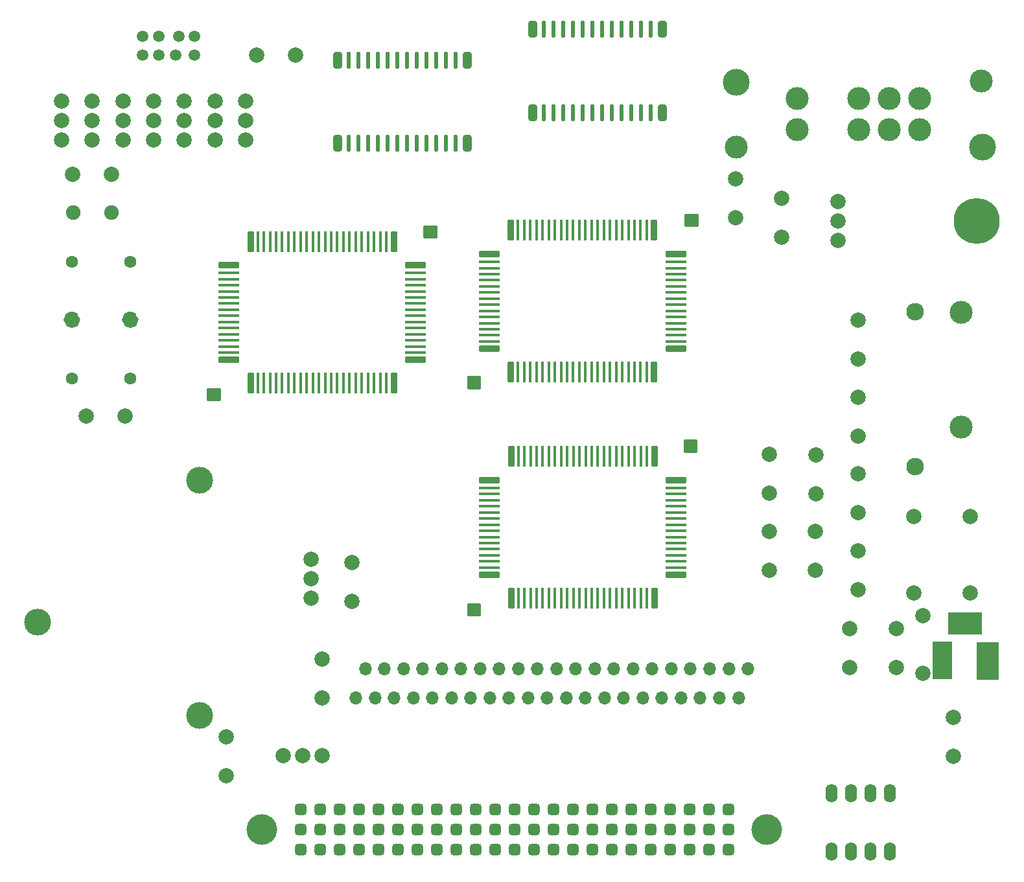
<source format=gts>
G04 #@! TF.GenerationSoftware,KiCad,Pcbnew,7.0.7*
G04 #@! TF.CreationDate,2023-09-20T17:36:28+02:00*
G04 #@! TF.ProjectId,PCE,5043452e-6b69-4636-9164-5f7063625858,rev?*
G04 #@! TF.SameCoordinates,Original*
G04 #@! TF.FileFunction,Soldermask,Top*
G04 #@! TF.FilePolarity,Negative*
%FSLAX46Y46*%
G04 Gerber Fmt 4.6, Leading zero omitted, Abs format (unit mm)*
G04 Created by KiCad (PCBNEW 7.0.7) date 2023-09-20 17:36:28*
%MOMM*%
%LPD*%
G01*
G04 APERTURE LIST*
G04 Aperture macros list*
%AMRoundRect*
0 Rectangle with rounded corners*
0 $1 Rounding radius*
0 $2 $3 $4 $5 $6 $7 $8 $9 X,Y pos of 4 corners*
0 Add a 4 corners polygon primitive as box body*
4,1,4,$2,$3,$4,$5,$6,$7,$8,$9,$2,$3,0*
0 Add four circle primitives for the rounded corners*
1,1,$1+$1,$2,$3*
1,1,$1+$1,$4,$5*
1,1,$1+$1,$6,$7*
1,1,$1+$1,$8,$9*
0 Add four rect primitives between the rounded corners*
20,1,$1+$1,$2,$3,$4,$5,0*
20,1,$1+$1,$4,$5,$6,$7,0*
20,1,$1+$1,$6,$7,$8,$9,0*
20,1,$1+$1,$8,$9,$2,$3,0*%
G04 Aperture macros list end*
%ADD10C,0.400000*%
%ADD11C,1.075000*%
%ADD12C,2.000000*%
%ADD13C,3.500000*%
%ADD14C,3.000000*%
%ADD15O,1.700000X1.700000*%
%ADD16C,6.000000*%
%ADD17C,1.900000*%
%ADD18RoundRect,0.207500X-0.207500X-1.181875X0.207500X-1.181875X0.207500X1.181875X-0.207500X1.181875X0*%
%ADD19RoundRect,0.103750X-0.103750X-1.285625X0.103750X-1.285625X0.103750X1.285625X-0.103750X1.285625X0*%
%ADD20RoundRect,0.207500X1.181875X-0.207500X1.181875X0.207500X-1.181875X0.207500X-1.181875X-0.207500X0*%
%ADD21RoundRect,0.103750X1.285625X-0.103750X1.285625X0.103750X-1.285625X0.103750X-1.285625X-0.103750X0*%
%ADD22C,2.300000*%
%ADD23C,1.600000*%
%ADD24C,1.500000*%
%ADD25RoundRect,0.285000X-0.285000X-0.793750X0.285000X-0.793750X0.285000X0.793750X-0.285000X0.793750X0*%
%ADD26RoundRect,0.142500X-0.142500X-0.936250X0.142500X-0.936250X0.142500X0.936250X-0.142500X0.936250X0*%
%ADD27C,4.000000*%
%ADD28RoundRect,0.375000X-0.375000X-0.375000X0.375000X-0.375000X0.375000X0.375000X-0.375000X0.375000X0*%
%ADD29R,2.500000X5.000000*%
%ADD30R,4.400000X3.000000*%
%ADD31R,3.000000X5.000000*%
%ADD32O,1.600000X2.400000*%
G04 APERTURE END LIST*
D10*
X112100000Y-83600000D02*
X113500000Y-83600000D01*
X113500000Y-84900000D01*
X112100000Y-84900000D01*
X112100000Y-83600000D01*
G36*
X112100000Y-83600000D02*
G01*
X113500000Y-83600000D01*
X113500000Y-84900000D01*
X112100000Y-84900000D01*
X112100000Y-83600000D01*
G37*
X146100000Y-111750000D02*
X147500000Y-111750000D01*
X147500000Y-113050000D01*
X146100000Y-113050000D01*
X146100000Y-111750000D01*
G36*
X146100000Y-111750000D02*
G01*
X147500000Y-111750000D01*
X147500000Y-113050000D01*
X146100000Y-113050000D01*
X146100000Y-111750000D01*
G37*
X174500000Y-60850000D02*
X175900000Y-60850000D01*
X175900000Y-62150000D01*
X174500000Y-62150000D01*
X174500000Y-60850000D01*
G36*
X174500000Y-60850000D02*
G01*
X175900000Y-60850000D01*
X175900000Y-62150000D01*
X174500000Y-62150000D01*
X174500000Y-60850000D01*
G37*
D11*
X94837500Y-74525000D02*
G75*
G03*
X94837500Y-74525000I-537500J0D01*
G01*
D10*
X140400000Y-62350000D02*
X141800000Y-62350000D01*
X141800000Y-63650000D01*
X140400000Y-63650000D01*
X140400000Y-62350000D01*
G36*
X140400000Y-62350000D02*
G01*
X141800000Y-62350000D01*
X141800000Y-63650000D01*
X140400000Y-63650000D01*
X140400000Y-62350000D01*
G37*
X146100000Y-82050000D02*
X147500000Y-82050000D01*
X147500000Y-83350000D01*
X146100000Y-83350000D01*
X146100000Y-82050000D01*
G36*
X146100000Y-82050000D02*
G01*
X147500000Y-82050000D01*
X147500000Y-83350000D01*
X146100000Y-83350000D01*
X146100000Y-82050000D01*
G37*
X174400000Y-90350000D02*
X175800000Y-90350000D01*
X175800000Y-91650000D01*
X174400000Y-91650000D01*
X174400000Y-90350000D01*
G36*
X174400000Y-90350000D02*
G01*
X175800000Y-90350000D01*
X175800000Y-91650000D01*
X174400000Y-91650000D01*
X174400000Y-90350000D01*
G37*
D11*
X102462500Y-74525000D02*
G75*
G03*
X102462500Y-74525000I-537500J0D01*
G01*
D12*
X197027800Y-94681400D03*
X197027800Y-99761400D03*
X100962400Y-45960800D03*
X100962400Y-48500800D03*
X100962400Y-51040800D03*
X191465200Y-102225200D03*
X191465200Y-107305200D03*
X108988800Y-45960800D03*
X108988800Y-48500800D03*
X108988800Y-51040800D03*
X211658200Y-100261400D03*
X211658200Y-110261400D03*
X204258200Y-100261400D03*
X204258200Y-110261400D03*
D13*
X181120000Y-43485000D03*
D14*
X181120000Y-51955000D03*
X213140000Y-43355000D03*
D13*
X213260000Y-51955000D03*
D14*
X189040000Y-45665000D03*
X189040000Y-49665000D03*
X197090000Y-45665000D03*
X197090000Y-49665000D03*
X201090000Y-45665000D03*
X201090000Y-49665000D03*
X205090000Y-45665000D03*
X205090000Y-49665000D03*
X210515200Y-73576800D03*
X210515200Y-88576800D03*
D15*
X182628600Y-120167400D03*
X180128600Y-120167400D03*
X177628600Y-120167400D03*
X175128600Y-120167400D03*
X172628600Y-120167400D03*
X170128600Y-120167400D03*
X167628600Y-120167400D03*
X165128600Y-120167400D03*
X162628600Y-120167400D03*
X160128600Y-120167400D03*
X157628600Y-120167400D03*
X155128600Y-120167400D03*
X152628600Y-120167400D03*
X150128600Y-120167400D03*
X147628600Y-120167400D03*
X145128600Y-120167400D03*
X142628600Y-120167400D03*
X140128600Y-120167400D03*
X137628600Y-120167400D03*
X135128600Y-120167400D03*
X132628600Y-120167400D03*
D12*
X117015200Y-45960800D03*
X117015200Y-48500800D03*
X117015200Y-51040800D03*
X194421000Y-59095000D03*
X194421000Y-61635000D03*
D16*
X212471000Y-61595000D03*
D12*
X194421000Y-64175000D03*
D17*
X94466400Y-60553600D03*
X99466400Y-60553600D03*
D12*
X126963482Y-118897400D03*
X126963482Y-123977400D03*
X196977000Y-104765200D03*
X196977000Y-109845200D03*
D15*
X181398600Y-123926600D03*
X178898600Y-123926600D03*
X176398600Y-123926600D03*
X173898600Y-123926600D03*
X171398600Y-123926600D03*
X168898600Y-123926600D03*
X166398600Y-123926600D03*
X163898600Y-123926600D03*
X161398600Y-123926600D03*
X158898600Y-123926600D03*
X156398600Y-123926600D03*
X153898600Y-123926600D03*
X151398600Y-123926600D03*
X148898600Y-123926600D03*
X146398600Y-123926600D03*
X143898600Y-123926600D03*
X141398600Y-123926600D03*
X138898600Y-123926600D03*
X136398600Y-123926600D03*
X133898600Y-123926600D03*
X131398600Y-123926600D03*
D12*
X125552200Y-105791000D03*
X125552200Y-108331000D03*
X125552200Y-110871000D03*
D13*
X89852200Y-114031000D03*
X110992200Y-95521000D03*
X110992200Y-126231000D03*
D12*
X114438118Y-129006600D03*
X114438118Y-134086600D03*
X130886200Y-111302800D03*
X130886200Y-106222800D03*
D18*
X117642600Y-82836000D03*
D19*
X118582600Y-82836000D03*
X119382600Y-82836000D03*
X120182600Y-82836000D03*
X120982600Y-82836000D03*
X121782600Y-82836000D03*
X122582600Y-82836000D03*
X123382600Y-82836000D03*
X124182600Y-82836000D03*
X124982600Y-82836000D03*
X125782600Y-82836000D03*
X126582600Y-82836000D03*
X127382600Y-82836000D03*
X128182600Y-82836000D03*
X128982600Y-82836000D03*
X129782600Y-82836000D03*
X130582600Y-82836000D03*
X131382600Y-82836000D03*
X132182600Y-82836000D03*
X132982600Y-82836000D03*
X133782600Y-82836000D03*
X134582600Y-82836000D03*
X135382600Y-82836000D03*
D18*
X136362600Y-82836000D03*
D20*
X139212600Y-79756000D03*
D21*
X139212600Y-78816000D03*
X139212600Y-78016000D03*
X139212600Y-77216000D03*
X139212600Y-76416000D03*
X139212600Y-75616000D03*
X139212600Y-74816000D03*
X139212600Y-74016000D03*
X139212600Y-73216000D03*
X139212600Y-72416000D03*
X139212600Y-71616000D03*
X139212600Y-70816000D03*
X139212600Y-70016000D03*
X139212600Y-69216000D03*
X139212600Y-68416000D03*
D20*
X139212600Y-67416000D03*
D18*
X136362600Y-64296000D03*
D19*
X135382600Y-64296000D03*
X134582600Y-64296000D03*
X133782600Y-64296000D03*
X132982600Y-64296000D03*
X132182600Y-64296000D03*
X131382600Y-64296000D03*
X130582600Y-64296000D03*
X129782600Y-64296000D03*
X128982600Y-64296000D03*
X128182600Y-64296000D03*
X127382600Y-64296000D03*
X126582600Y-64296000D03*
X125782600Y-64296000D03*
X124982600Y-64296000D03*
X124182600Y-64296000D03*
X123382600Y-64296000D03*
X122582600Y-64296000D03*
X121782600Y-64296000D03*
X120982600Y-64296000D03*
X120182600Y-64296000D03*
X119382600Y-64296000D03*
X118582600Y-64296000D03*
D18*
X117642600Y-64296000D03*
D20*
X114782600Y-67416000D03*
D21*
X114782600Y-68416000D03*
X114782600Y-69216000D03*
X114782600Y-70016000D03*
X114782600Y-70816000D03*
X114782600Y-71616000D03*
X114782600Y-72416000D03*
X114782600Y-73216000D03*
X114782600Y-74016000D03*
X114782600Y-74816000D03*
X114782600Y-75616000D03*
X114782600Y-76416000D03*
X114782600Y-77216000D03*
X114782600Y-78016000D03*
X114782600Y-78816000D03*
D20*
X114782600Y-79756000D03*
D12*
X197016682Y-84683600D03*
X197016682Y-89763600D03*
D22*
X204495400Y-93699000D03*
X204495400Y-73499000D03*
D23*
X101950000Y-82240000D03*
X101950000Y-67000000D03*
X94330000Y-67000000D03*
X94330000Y-82240000D03*
D12*
X209499200Y-126456800D03*
X209499200Y-131536800D03*
D24*
X105638600Y-37479600D03*
X108288600Y-37479600D03*
X103538600Y-37479600D03*
X105638600Y-39979600D03*
X110338600Y-37479600D03*
X103538600Y-39979600D03*
X107838600Y-39979600D03*
X110338600Y-39979600D03*
D18*
X151677000Y-110928400D03*
D19*
X152617000Y-110928400D03*
X153417000Y-110928400D03*
X154217000Y-110928400D03*
X155017000Y-110928400D03*
X155817000Y-110928400D03*
X156617000Y-110928400D03*
X157417000Y-110928400D03*
X158217000Y-110928400D03*
X159017000Y-110928400D03*
X159817000Y-110928400D03*
X160617000Y-110928400D03*
X161417000Y-110928400D03*
X162217000Y-110928400D03*
X163017000Y-110928400D03*
X163817000Y-110928400D03*
X164617000Y-110928400D03*
X165417000Y-110928400D03*
X166217000Y-110928400D03*
X167017000Y-110928400D03*
X167817000Y-110928400D03*
X168617000Y-110928400D03*
X169417000Y-110928400D03*
D18*
X170397000Y-110928400D03*
D20*
X173247000Y-107848400D03*
D21*
X173247000Y-106908400D03*
X173247000Y-106108400D03*
X173247000Y-105308400D03*
X173247000Y-104508400D03*
X173247000Y-103708400D03*
X173247000Y-102908400D03*
X173247000Y-102108400D03*
X173247000Y-101308400D03*
X173247000Y-100508400D03*
X173247000Y-99708400D03*
X173247000Y-98908400D03*
X173247000Y-98108400D03*
X173247000Y-97308400D03*
X173247000Y-96508400D03*
D20*
X173247000Y-95508400D03*
D18*
X170397000Y-92388400D03*
D19*
X169417000Y-92388400D03*
X168617000Y-92388400D03*
X167817000Y-92388400D03*
X167017000Y-92388400D03*
X166217000Y-92388400D03*
X165417000Y-92388400D03*
X164617000Y-92388400D03*
X163817000Y-92388400D03*
X163017000Y-92388400D03*
X162217000Y-92388400D03*
X161417000Y-92388400D03*
X160617000Y-92388400D03*
X159817000Y-92388400D03*
X159017000Y-92388400D03*
X158217000Y-92388400D03*
X157417000Y-92388400D03*
X156617000Y-92388400D03*
X155817000Y-92388400D03*
X155017000Y-92388400D03*
X154217000Y-92388400D03*
X153417000Y-92388400D03*
X152617000Y-92388400D03*
D18*
X151677000Y-92388400D03*
D20*
X148817000Y-95508400D03*
D21*
X148817000Y-96508400D03*
X148817000Y-97308400D03*
X148817000Y-98108400D03*
X148817000Y-98908400D03*
X148817000Y-99708400D03*
X148817000Y-100508400D03*
X148817000Y-101308400D03*
X148817000Y-102108400D03*
X148817000Y-102908400D03*
X148817000Y-103708400D03*
X148817000Y-104508400D03*
X148817000Y-105308400D03*
X148817000Y-106108400D03*
X148817000Y-106908400D03*
D20*
X148817000Y-107848400D03*
D12*
X104975600Y-45960800D03*
X104975600Y-48500800D03*
X104975600Y-51040800D03*
X202031600Y-114874400D03*
X202031600Y-119954400D03*
X197027800Y-74615400D03*
X197027800Y-79695400D03*
D25*
X154531400Y-47447200D03*
D26*
X155981400Y-47448450D03*
X157251400Y-47448450D03*
X158521400Y-47448450D03*
X159791400Y-47448450D03*
X161061400Y-47448450D03*
X162331400Y-47448450D03*
X163601400Y-47448450D03*
X164871400Y-47448450D03*
X166141400Y-47448450D03*
X167411400Y-47448450D03*
X168681400Y-47448450D03*
X169951400Y-47448450D03*
D25*
X171461400Y-47447200D03*
X171461400Y-36577200D03*
D26*
X169951400Y-36578450D03*
X168681400Y-36578450D03*
X167411400Y-36578450D03*
X166141400Y-36578450D03*
X164871400Y-36578450D03*
X163601400Y-36578450D03*
X162331400Y-36578450D03*
X161061400Y-36578450D03*
X159791400Y-36578450D03*
X158521400Y-36578450D03*
X157251400Y-36578450D03*
X155981400Y-36578450D03*
D25*
X154531400Y-36577200D03*
D12*
X113002000Y-45960800D03*
X113002000Y-48500800D03*
X113002000Y-51040800D03*
X101244400Y-87071200D03*
X96164400Y-87071200D03*
X92936000Y-45960800D03*
X92936000Y-48500800D03*
X92936000Y-51040800D03*
X205511400Y-120707800D03*
X205511400Y-113207800D03*
X185420000Y-102199800D03*
X185420000Y-107279800D03*
X186983682Y-58623200D03*
X186983682Y-63703200D03*
X185420000Y-92141400D03*
X185420000Y-97221400D03*
D27*
X119150000Y-141132400D03*
X185110000Y-141132400D03*
D28*
X124160000Y-143722400D03*
X126700000Y-143722400D03*
X129240000Y-143722400D03*
X131780000Y-143722400D03*
X134320000Y-143722400D03*
X136860000Y-143722400D03*
X139400000Y-143722400D03*
X141940000Y-143722400D03*
X144480000Y-143722400D03*
X147020000Y-143722400D03*
X149560000Y-143722400D03*
X152100000Y-143722400D03*
X154640000Y-143722400D03*
X157180000Y-143722400D03*
X159720000Y-143722400D03*
X162260000Y-143722400D03*
X164800000Y-143722400D03*
X167340000Y-143722400D03*
X169880000Y-143722400D03*
X172420000Y-143722400D03*
X174960000Y-143722400D03*
X177500000Y-143722400D03*
X180040000Y-143722400D03*
X124160000Y-141112400D03*
X126700000Y-141112400D03*
X129240000Y-141112400D03*
X131780000Y-141112400D03*
X134320000Y-141112400D03*
X136860000Y-141112400D03*
X139400000Y-141112400D03*
X141940000Y-141112400D03*
X144480000Y-141112400D03*
X147020000Y-141112400D03*
X149560000Y-141112400D03*
X152100000Y-141112400D03*
X154640000Y-141112400D03*
X157180000Y-141112400D03*
X159720000Y-141112400D03*
X162260000Y-141112400D03*
X164800000Y-141112400D03*
X167340000Y-141112400D03*
X169880000Y-141112400D03*
X172420000Y-141112400D03*
X174960000Y-141112400D03*
X177500000Y-141112400D03*
X180040000Y-141112400D03*
X124160000Y-138532400D03*
X126700000Y-138532400D03*
X129240000Y-138532400D03*
X131780000Y-138532400D03*
X134320000Y-138532400D03*
X136860000Y-138532400D03*
X139400000Y-138532400D03*
X141940000Y-138532400D03*
X144480000Y-138532400D03*
X147020000Y-138532400D03*
X149560000Y-138532400D03*
X152100000Y-138532400D03*
X154640000Y-138532400D03*
X157180000Y-138532400D03*
X159720000Y-138532400D03*
X162260000Y-138532400D03*
X164800000Y-138532400D03*
X167340000Y-138532400D03*
X169880000Y-138532400D03*
X172420000Y-138532400D03*
X174960000Y-138532400D03*
X177500000Y-138532400D03*
X180040000Y-138532400D03*
D12*
X94386400Y-55549800D03*
X99466400Y-55549800D03*
X180989282Y-56083200D03*
X180989282Y-61163200D03*
X121945000Y-131500000D03*
X124485000Y-131500000D03*
X127025000Y-131500000D03*
X195949882Y-114858800D03*
X195949882Y-119938800D03*
D18*
X151663200Y-81388200D03*
D19*
X152603200Y-81388200D03*
X153403200Y-81388200D03*
X154203200Y-81388200D03*
X155003200Y-81388200D03*
X155803200Y-81388200D03*
X156603200Y-81388200D03*
X157403200Y-81388200D03*
X158203200Y-81388200D03*
X159003200Y-81388200D03*
X159803200Y-81388200D03*
X160603200Y-81388200D03*
X161403200Y-81388200D03*
X162203200Y-81388200D03*
X163003200Y-81388200D03*
X163803200Y-81388200D03*
X164603200Y-81388200D03*
X165403200Y-81388200D03*
X166203200Y-81388200D03*
X167003200Y-81388200D03*
X167803200Y-81388200D03*
X168603200Y-81388200D03*
X169403200Y-81388200D03*
D18*
X170383200Y-81388200D03*
D20*
X173233200Y-78308200D03*
D21*
X173233200Y-77368200D03*
X173233200Y-76568200D03*
X173233200Y-75768200D03*
X173233200Y-74968200D03*
X173233200Y-74168200D03*
X173233200Y-73368200D03*
X173233200Y-72568200D03*
X173233200Y-71768200D03*
X173233200Y-70968200D03*
X173233200Y-70168200D03*
X173233200Y-69368200D03*
X173233200Y-68568200D03*
X173233200Y-67768200D03*
X173233200Y-66968200D03*
D20*
X173233200Y-65968200D03*
D18*
X170383200Y-62848200D03*
D19*
X169403200Y-62848200D03*
X168603200Y-62848200D03*
X167803200Y-62848200D03*
X167003200Y-62848200D03*
X166203200Y-62848200D03*
X165403200Y-62848200D03*
X164603200Y-62848200D03*
X163803200Y-62848200D03*
X163003200Y-62848200D03*
X162203200Y-62848200D03*
X161403200Y-62848200D03*
X160603200Y-62848200D03*
X159803200Y-62848200D03*
X159003200Y-62848200D03*
X158203200Y-62848200D03*
X157403200Y-62848200D03*
X156603200Y-62848200D03*
X155803200Y-62848200D03*
X155003200Y-62848200D03*
X154203200Y-62848200D03*
X153403200Y-62848200D03*
X152603200Y-62848200D03*
D18*
X151663200Y-62848200D03*
D20*
X148803200Y-65968200D03*
D21*
X148803200Y-66968200D03*
X148803200Y-67768200D03*
X148803200Y-68568200D03*
X148803200Y-69368200D03*
X148803200Y-70168200D03*
X148803200Y-70968200D03*
X148803200Y-71768200D03*
X148803200Y-72568200D03*
X148803200Y-73368200D03*
X148803200Y-74168200D03*
X148803200Y-74968200D03*
X148803200Y-75768200D03*
X148803200Y-76568200D03*
X148803200Y-77368200D03*
D20*
X148803200Y-78308200D03*
D12*
X96949200Y-45960800D03*
X96949200Y-48500800D03*
X96949200Y-51040800D03*
D25*
X129018400Y-51484600D03*
D26*
X130468400Y-51485850D03*
X131738400Y-51485850D03*
X133008400Y-51485850D03*
X134278400Y-51485850D03*
X135548400Y-51485850D03*
X136818400Y-51485850D03*
X138088400Y-51485850D03*
X139358400Y-51485850D03*
X140628400Y-51485850D03*
X141898400Y-51485850D03*
X143168400Y-51485850D03*
X144438400Y-51485850D03*
D25*
X145948400Y-51484600D03*
X145948400Y-40614600D03*
D26*
X144438400Y-40615850D03*
X143168400Y-40615850D03*
X141898400Y-40615850D03*
X140628400Y-40615850D03*
X139358400Y-40615850D03*
X138088400Y-40615850D03*
X136818400Y-40615850D03*
X135548400Y-40615850D03*
X134278400Y-40615850D03*
X133008400Y-40615850D03*
X131738400Y-40615850D03*
X130468400Y-40615850D03*
D25*
X129018400Y-40614600D03*
D29*
X207987200Y-119050600D03*
D30*
X210987200Y-114200600D03*
D31*
X213987200Y-119100600D03*
D32*
X193522600Y-144043400D03*
X196062600Y-144043400D03*
X198602600Y-144043400D03*
X201142600Y-144043400D03*
X201142600Y-136423400D03*
X198602600Y-136423400D03*
X196062600Y-136423400D03*
X193522600Y-136423400D03*
D12*
X191490600Y-92192200D03*
X191490600Y-97272200D03*
X118450000Y-39980000D03*
X123530000Y-39980000D03*
M02*

</source>
